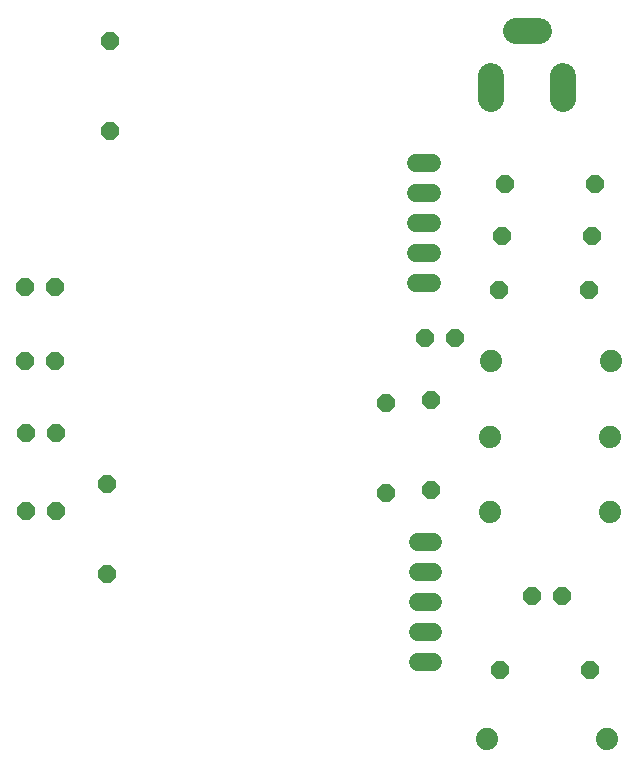
<source format=gbs>
G75*
%MOIN*%
%OFA0B0*%
%FSLAX25Y25*%
%IPPOS*%
%LPD*%
%AMOC8*
5,1,8,0,0,1.08239X$1,22.5*
%
%ADD10C,0.07400*%
%ADD11C,0.08674*%
%ADD12OC8,0.05950*%
%ADD13C,0.06000*%
%ADD14OC8,0.06000*%
D10*
X0173500Y0020000D03*
X0213500Y0020000D03*
X0214406Y0095508D03*
X0214500Y0120500D03*
X0215000Y0146000D03*
X0175000Y0146000D03*
X0174500Y0120500D03*
X0174406Y0095508D03*
D11*
X0174795Y0233063D02*
X0174795Y0240937D01*
X0183063Y0255898D02*
X0190937Y0255898D01*
X0198811Y0240937D02*
X0198811Y0233063D01*
D12*
X0029500Y0170500D03*
X0019500Y0170500D03*
X0019500Y0146000D03*
X0029500Y0146000D03*
X0030000Y0122000D03*
X0020000Y0122000D03*
X0020000Y0096000D03*
X0030000Y0096000D03*
D13*
X0150400Y0085500D02*
X0155600Y0085500D01*
X0155600Y0075500D02*
X0150400Y0075500D01*
X0150400Y0065500D02*
X0155600Y0065500D01*
X0155600Y0055500D02*
X0150400Y0055500D01*
X0150400Y0045500D02*
X0155600Y0045500D01*
X0155100Y0172000D02*
X0149900Y0172000D01*
X0149900Y0182000D02*
X0155100Y0182000D01*
X0155100Y0192000D02*
X0149900Y0192000D01*
X0149900Y0202000D02*
X0155100Y0202000D01*
X0155100Y0212000D02*
X0149900Y0212000D01*
D14*
X0047000Y0075000D03*
X0047000Y0105000D03*
X0140000Y0102000D03*
X0155000Y0103000D03*
X0140000Y0132000D03*
X0155000Y0133000D03*
X0153000Y0153500D03*
X0163000Y0153500D03*
X0177500Y0169500D03*
X0178500Y0187500D03*
X0179500Y0205000D03*
X0208500Y0187500D03*
X0209500Y0205000D03*
X0207500Y0169500D03*
X0198500Y0067500D03*
X0188500Y0067500D03*
X0178000Y0043000D03*
X0208000Y0043000D03*
X0048000Y0222500D03*
X0048000Y0252500D03*
M02*

</source>
